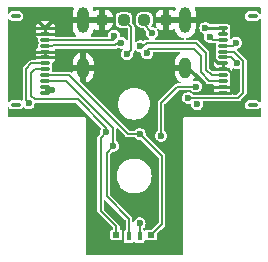
<source format=gbr>
%TF.GenerationSoftware,KiCad,Pcbnew,8.0.1*%
%TF.CreationDate,2024-03-21T20:23:12-04:00*%
%TF.ProjectId,040-05x-v2,3034302d-3035-4782-9d76-322e6b696361,rev?*%
%TF.SameCoordinates,Original*%
%TF.FileFunction,Copper,L1,Top*%
%TF.FilePolarity,Positive*%
%FSLAX46Y46*%
G04 Gerber Fmt 4.6, Leading zero omitted, Abs format (unit mm)*
G04 Created by KiCad (PCBNEW 8.0.1) date 2024-03-21 20:23:12*
%MOMM*%
%LPD*%
G01*
G04 APERTURE LIST*
G04 Aperture macros list*
%AMRoundRect*
0 Rectangle with rounded corners*
0 $1 Rounding radius*
0 $2 $3 $4 $5 $6 $7 $8 $9 X,Y pos of 4 corners*
0 Add a 4 corners polygon primitive as box body*
4,1,4,$2,$3,$4,$5,$6,$7,$8,$9,$2,$3,0*
0 Add four circle primitives for the rounded corners*
1,1,$1+$1,$2,$3*
1,1,$1+$1,$4,$5*
1,1,$1+$1,$6,$7*
1,1,$1+$1,$8,$9*
0 Add four rect primitives between the rounded corners*
20,1,$1+$1,$2,$3,$4,$5,0*
20,1,$1+$1,$4,$5,$6,$7,0*
20,1,$1+$1,$6,$7,$8,$9,0*
20,1,$1+$1,$8,$9,$2,$3,0*%
G04 Aperture macros list end*
%TA.AperFunction,SMDPad,CuDef*%
%ADD10RoundRect,0.100000X-0.300000X0.100000X-0.300000X-0.100000X0.300000X-0.100000X0.300000X0.100000X0*%
%TD*%
%TA.AperFunction,SMDPad,CuDef*%
%ADD11RoundRect,0.075000X-0.325000X0.075000X-0.325000X-0.075000X0.325000X-0.075000X0.325000X0.075000X0*%
%TD*%
%TA.AperFunction,SMDPad,CuDef*%
%ADD12RoundRect,0.237500X0.250000X0.237500X-0.250000X0.237500X-0.250000X-0.237500X0.250000X-0.237500X0*%
%TD*%
%TA.AperFunction,SMDPad,CuDef*%
%ADD13R,0.600000X0.500000*%
%TD*%
%TA.AperFunction,SMDPad,CuDef*%
%ADD14R,0.440000X0.750000*%
%TD*%
%TA.AperFunction,SMDPad,CuDef*%
%ADD15RoundRect,0.100000X0.300000X-0.100000X0.300000X0.100000X-0.300000X0.100000X-0.300000X-0.100000X0*%
%TD*%
%TA.AperFunction,SMDPad,CuDef*%
%ADD16RoundRect,0.075000X0.325000X-0.075000X0.325000X0.075000X-0.325000X0.075000X-0.325000X-0.075000X0*%
%TD*%
%TA.AperFunction,ComponentPad*%
%ADD17O,1.000000X2.200000*%
%TD*%
%TA.AperFunction,ComponentPad*%
%ADD18O,1.000000X1.800000*%
%TD*%
%TA.AperFunction,ViaPad*%
%ADD19C,0.600000*%
%TD*%
%TA.AperFunction,Conductor*%
%ADD20C,0.250000*%
%TD*%
%TA.AperFunction,Conductor*%
%ADD21C,0.300000*%
%TD*%
%TA.AperFunction,Conductor*%
%ADD22C,0.150000*%
%TD*%
%TA.AperFunction,Conductor*%
%ADD23C,0.180000*%
%TD*%
%TA.AperFunction,Conductor*%
%ADD24C,0.200000*%
%TD*%
G04 APERTURE END LIST*
D10*
%TO.P,J3,*%
%TO.N,*%
X57037000Y-58353000D03*
X57037000Y-65853000D03*
D11*
%TO.P,J3,1,Pin_1*%
%TO.N,GND*%
X59537000Y-59353000D03*
%TO.P,J3,2,Pin_2*%
X59537000Y-59853000D03*
%TO.P,J3,3,Pin_3*%
%TO.N,USBD+*%
X59537000Y-60353000D03*
%TO.P,J3,4,Pin_4*%
%TO.N,USBD-*%
X59537000Y-60853000D03*
%TO.P,J3,5,Pin_5*%
%TO.N,GND*%
X59537000Y-61353000D03*
%TO.P,J3,6,Pin_6*%
X59537000Y-61853000D03*
%TO.P,J3,7,Pin_7*%
%TO.N,GREEN*%
X59537000Y-62353000D03*
%TO.P,J3,8,Pin_8*%
%TO.N,RED*%
X59537000Y-62853000D03*
%TO.P,J3,9,Pin_9*%
%TO.N,BLUE*%
X59537000Y-63353000D03*
%TO.P,J3,10,Pin_10*%
%TO.N,ANODE*%
X59537000Y-63853000D03*
%TO.P,J3,11,Pin_11*%
%TO.N,+5V*%
X59537000Y-64353000D03*
%TO.P,J3,12,Pin_12*%
X59537000Y-64853000D03*
%TD*%
D12*
%TO.P,R4,1*%
%TO.N,Net-(J4-CC1)*%
X66190500Y-58674000D03*
%TO.P,R4,2*%
%TO.N,GND*%
X64365500Y-58674000D03*
%TD*%
%TO.P,R3,1*%
%TO.N,GND*%
X69746500Y-58674000D03*
%TO.P,R3,2*%
%TO.N,Net-(J4-CC2)*%
X67921500Y-58674000D03*
%TD*%
D13*
%TO.P,D1,1,RK*%
%TO.N,RED*%
X65536000Y-76877000D03*
D14*
%TO.P,D1,2,A*%
%TO.N,ANODE*%
X66606000Y-77002000D03*
%TO.P,D1,3,GK*%
%TO.N,GREEN*%
X67506000Y-77002000D03*
D13*
%TO.P,D1,4,BK*%
%TO.N,BLUE*%
X68456000Y-76877000D03*
%TD*%
D15*
%TO.P,J2,*%
%TO.N,*%
X77075000Y-65853000D03*
X77075000Y-58353000D03*
D16*
%TO.P,J2,1,Pin_1*%
%TO.N,GND*%
X74575000Y-64853000D03*
%TO.P,J2,2,Pin_2*%
X74575000Y-64353000D03*
%TO.P,J2,3,Pin_3*%
%TO.N,USBD+*%
X74575000Y-63853000D03*
%TO.P,J2,4,Pin_4*%
%TO.N,USBD-*%
X74575000Y-63353000D03*
%TO.P,J2,5,Pin_5*%
%TO.N,GND*%
X74575000Y-62853000D03*
%TO.P,J2,6,Pin_6*%
X74575000Y-62353000D03*
%TO.P,J2,7,Pin_7*%
%TO.N,GREEN*%
X74575000Y-61853000D03*
%TO.P,J2,8,Pin_8*%
%TO.N,RED*%
X74575000Y-61353000D03*
%TO.P,J2,9,Pin_9*%
%TO.N,BLUE*%
X74575000Y-60853000D03*
%TO.P,J2,10,Pin_10*%
%TO.N,ANODE*%
X74575000Y-60353000D03*
%TO.P,J2,11,Pin_11*%
%TO.N,+5V*%
X74575000Y-59853000D03*
%TO.P,J2,12,Pin_12*%
X74575000Y-59353000D03*
%TD*%
D17*
%TO.P,J4,S1,SHIELD*%
%TO.N,GND*%
X62736000Y-58707800D03*
D18*
X62736000Y-62707800D03*
D17*
X71376000Y-58707800D03*
D18*
X71376000Y-62707800D03*
%TD*%
D19*
%TO.N,GND*%
X61061600Y-59029600D03*
X67513200Y-74371200D03*
X65989200Y-68681600D03*
X68529200Y-70307200D03*
X61315600Y-62280800D03*
X56997600Y-64922400D03*
X67056000Y-77978000D03*
X77038200Y-64973200D03*
X65379600Y-61620400D03*
X65989200Y-75742800D03*
X63449200Y-68529200D03*
X64465200Y-65278000D03*
X57556400Y-60401200D03*
X70358000Y-71120000D03*
X75946000Y-59385200D03*
X65633600Y-70358000D03*
X68580000Y-75793600D03*
X70256400Y-61772800D03*
X61671200Y-66395600D03*
%TO.N,+5V*%
X73082600Y-59353000D03*
X60096400Y-64617600D03*
%TO.N,Net-(J4-CC2)*%
X68580000Y-59782000D03*
%TO.N,Net-(J4-CC1)*%
X66446400Y-61569600D03*
%TO.N,RED*%
X64643000Y-68199000D03*
X71628000Y-65278000D03*
%TO.N,ANODE*%
X65278000Y-69342000D03*
X73456800Y-60096400D03*
X72288400Y-64312800D03*
X69342000Y-68478400D03*
%TO.N,GREEN*%
X58125901Y-65735200D03*
X67513200Y-75895200D03*
X75742800Y-62331600D03*
%TO.N,BLUE*%
X75692000Y-60604400D03*
X72390000Y-65803000D03*
X67513200Y-68326000D03*
%TO.N,USBD+*%
X68156521Y-61514521D03*
X65360335Y-59999079D03*
%TO.N,USBD-*%
X67555479Y-60913479D03*
X65961377Y-60600121D03*
%TD*%
D20*
%TO.N,GND*%
X75151800Y-64853000D02*
X75245400Y-64759400D01*
X74575000Y-62353000D02*
X74175001Y-62353000D01*
X59537000Y-61353000D02*
X60845000Y-61353000D01*
X74575000Y-64853000D02*
X75151800Y-64853000D01*
X73927400Y-62853000D02*
X73558400Y-62484000D01*
X74575000Y-62353000D02*
X74138600Y-62353000D01*
X59537000Y-59353000D02*
X60738200Y-59353000D01*
X75250000Y-64348400D02*
X75250000Y-63128001D01*
X60738200Y-59353000D02*
X61061600Y-59029600D01*
X59537000Y-61353000D02*
X59537000Y-61853000D01*
X59537000Y-59353000D02*
X59537000Y-59853000D01*
X74974999Y-62853000D02*
X74575000Y-62853000D01*
X59537000Y-61853000D02*
X58289000Y-61853000D01*
X59537000Y-61353000D02*
X58674000Y-61353000D01*
X59537000Y-59853000D02*
X58176600Y-59853000D01*
X59537000Y-61853000D02*
X60735400Y-61853000D01*
X74575000Y-64853000D02*
X73507600Y-64853000D01*
X74575000Y-62853000D02*
X73927400Y-62853000D01*
X59537000Y-59353000D02*
X58286200Y-59353000D01*
X74575000Y-62353000D02*
X74575000Y-62853000D01*
X75245400Y-64759400D02*
X75245400Y-64353000D01*
X73609200Y-61787199D02*
X73609200Y-61772800D01*
X74575000Y-64353000D02*
X73264200Y-64353000D01*
X75250000Y-63128001D02*
X74974999Y-62853000D01*
X74575000Y-64353000D02*
X75245400Y-64353000D01*
X59537000Y-59853000D02*
X60797000Y-59853000D01*
X71597800Y-62707800D02*
X72542400Y-63652400D01*
X74175001Y-62353000D02*
X73609200Y-61787199D01*
X75245400Y-64353000D02*
X75250000Y-64348400D01*
X71376000Y-62707800D02*
X71597800Y-62707800D01*
%TO.N,+5V*%
X74575000Y-59853000D02*
X74575000Y-59353000D01*
D21*
X60096400Y-64617600D02*
X59801600Y-64617600D01*
X59801600Y-64617600D02*
X59537000Y-64353000D01*
D20*
X73082600Y-59353000D02*
X74575000Y-59353000D01*
D21*
X59772400Y-64617600D02*
X59537000Y-64853000D01*
X60096400Y-64617600D02*
X59772400Y-64617600D01*
D22*
%TO.N,Net-(J4-CC2)*%
X68580000Y-59782000D02*
X68239345Y-59441345D01*
X68239346Y-59441344D02*
G75*
G02*
X67921504Y-58674000I767354J767344D01*
G01*
D23*
%TO.N,Net-(J4-CC1)*%
X66802000Y-61214000D02*
X66802000Y-59285500D01*
X66802000Y-59285500D02*
X66190500Y-58674000D01*
X66446400Y-61569600D02*
X66802000Y-61214000D01*
D22*
%TO.N,RED*%
X76301600Y-64820800D02*
X76301600Y-62128400D01*
X58648600Y-65405000D02*
X58318400Y-65074800D01*
X58318400Y-65074800D02*
X58318400Y-63195200D01*
X64211200Y-68630800D02*
X64211200Y-74828400D01*
X76301600Y-62128400D02*
X75526200Y-61353000D01*
X65536000Y-76153200D02*
X65536000Y-76877000D01*
X75526200Y-61353000D02*
X74575000Y-61353000D01*
X58318400Y-63195200D02*
X58660600Y-62853000D01*
X64211200Y-74828400D02*
X65536000Y-76153200D01*
X64643000Y-67792600D02*
X62255400Y-65405000D01*
X62255400Y-65405000D02*
X58648600Y-65405000D01*
X58660600Y-62853000D02*
X59537000Y-62853000D01*
X71628000Y-65278000D02*
X75844400Y-65278000D01*
X64643000Y-68199000D02*
X64643000Y-67792600D01*
X75844400Y-65278000D02*
X76301600Y-64820800D01*
X64643000Y-68199000D02*
X64211200Y-68630800D01*
%TO.N,ANODE*%
X65278000Y-69342000D02*
X64719200Y-69900800D01*
X65278000Y-67818000D02*
X65278000Y-69342000D01*
X61313000Y-63853000D02*
X65278000Y-67818000D01*
X64719200Y-69900800D02*
X64719200Y-73609200D01*
X66606000Y-75496000D02*
X66606000Y-77002000D01*
X70713600Y-64312800D02*
X69646800Y-65379600D01*
X73713400Y-60353000D02*
X73456800Y-60096400D01*
X64719200Y-73609200D02*
X66606000Y-75496000D01*
X69342000Y-65684400D02*
X69342000Y-68478400D01*
X74575000Y-60353000D02*
X73713400Y-60353000D01*
X59537000Y-63853000D02*
X61313000Y-63853000D01*
X72288400Y-64312800D02*
X70713600Y-64312800D01*
X69646800Y-65379600D02*
X69342000Y-65684400D01*
%TO.N,GREEN*%
X58347800Y-62353000D02*
X59537000Y-62353000D01*
X57877254Y-65486553D02*
X57877254Y-62823546D01*
X67506000Y-75902400D02*
X67513200Y-75895200D01*
X57877254Y-62823546D02*
X58347800Y-62353000D01*
X67506000Y-77080000D02*
X67506000Y-77002000D01*
X75264200Y-61853000D02*
X75742800Y-62331600D01*
X67506000Y-77002000D02*
X67506000Y-75902400D01*
X58125901Y-65735200D02*
X57877254Y-65486553D01*
X74575000Y-61853000D02*
X75264200Y-61853000D01*
%TO.N,BLUE*%
X75692000Y-60604400D02*
X75443400Y-60853000D01*
X69392800Y-70205600D02*
X69392800Y-75940200D01*
X61575000Y-63353000D02*
X59537000Y-63353000D01*
X67513200Y-68326000D02*
X66548000Y-68326000D01*
X66548000Y-68326000D02*
X61575000Y-63353000D01*
X69392800Y-75940200D02*
X68456000Y-76877000D01*
X67513200Y-68326000D02*
X69392800Y-70205600D01*
X75443400Y-60853000D02*
X74575000Y-60853000D01*
D24*
%TO.N,USBD+*%
X73974999Y-63853000D02*
X74575000Y-63853000D01*
X68290192Y-61098007D02*
X72082807Y-61098007D01*
X72673000Y-63085200D02*
X73415800Y-63828000D01*
X72082807Y-61098007D02*
X72673000Y-61688200D01*
X73949999Y-63828000D02*
X73974999Y-63853000D01*
X60162001Y-60378000D02*
X65264257Y-60378000D01*
X65360335Y-60281922D02*
X65360335Y-59999079D01*
X72673000Y-61688200D02*
X72673000Y-63085200D01*
X73415800Y-63828000D02*
X73949999Y-63828000D01*
X59537000Y-60353000D02*
X60137001Y-60353000D01*
X68156521Y-61231678D02*
X68290192Y-61098007D01*
X68156521Y-61514521D02*
X68156521Y-61231678D01*
X60137001Y-60353000D02*
X60162001Y-60378000D01*
X65264257Y-60378000D02*
X65360335Y-60281922D01*
%TO.N,USBD-*%
X65450655Y-60828000D02*
X65678534Y-60600121D01*
X73123000Y-62898800D02*
X73602200Y-63378000D01*
X73949999Y-63378000D02*
X73974999Y-63353000D01*
X65678534Y-60600121D02*
X65961377Y-60600121D01*
X60162001Y-60828000D02*
X65450655Y-60828000D01*
X67838322Y-60913479D02*
X68103794Y-60648007D01*
X72269207Y-60648007D02*
X73123000Y-61501800D01*
X67555479Y-60913479D02*
X67838322Y-60913479D01*
X60137001Y-60853000D02*
X60162001Y-60828000D01*
X73602200Y-63378000D02*
X73949999Y-63378000D01*
X59537000Y-60853000D02*
X60137001Y-60853000D01*
X73123000Y-61501800D02*
X73123000Y-62898800D01*
X68103794Y-60648007D02*
X72269207Y-60648007D01*
X73974999Y-63353000D02*
X74575000Y-63353000D01*
%TD*%
%TA.AperFunction,Conductor*%
%TO.N,GND*%
G36*
X77755826Y-57626174D02*
G01*
X77777500Y-57678500D01*
X77777500Y-58069820D01*
X77755826Y-58122146D01*
X77703500Y-58143820D01*
X77651174Y-58122146D01*
X77635805Y-58099710D01*
X77634411Y-58096552D01*
X77627206Y-58080235D01*
X77547765Y-58000794D01*
X77444991Y-57955415D01*
X77444990Y-57955414D01*
X77444988Y-57955414D01*
X77423659Y-57952940D01*
X77419865Y-57952500D01*
X77419864Y-57952500D01*
X76730136Y-57952500D01*
X76705013Y-57955414D01*
X76705007Y-57955415D01*
X76602234Y-58000794D01*
X76522794Y-58080234D01*
X76477414Y-58183011D01*
X76474500Y-58208135D01*
X76474500Y-58497863D01*
X76477414Y-58522986D01*
X76477415Y-58522992D01*
X76515588Y-58609446D01*
X76522794Y-58625765D01*
X76602235Y-58705206D01*
X76705009Y-58750585D01*
X76730135Y-58753500D01*
X77419864Y-58753499D01*
X77444991Y-58750585D01*
X77547765Y-58705206D01*
X77627206Y-58625765D01*
X77635805Y-58606288D01*
X77676767Y-58567176D01*
X77733390Y-58568484D01*
X77772503Y-58609446D01*
X77777500Y-58636179D01*
X77777500Y-65569820D01*
X77755826Y-65622146D01*
X77703500Y-65643820D01*
X77651174Y-65622146D01*
X77635805Y-65599710D01*
X77634411Y-65596552D01*
X77627206Y-65580235D01*
X77547765Y-65500794D01*
X77444991Y-65455415D01*
X77444990Y-65455414D01*
X77444988Y-65455414D01*
X77423659Y-65452940D01*
X77419865Y-65452500D01*
X77419864Y-65452500D01*
X76730136Y-65452500D01*
X76705013Y-65455414D01*
X76705007Y-65455415D01*
X76602234Y-65500794D01*
X76522794Y-65580234D01*
X76477414Y-65683011D01*
X76474500Y-65708135D01*
X76474500Y-65997863D01*
X76477414Y-66022986D01*
X76477415Y-66022992D01*
X76515588Y-66109446D01*
X76522794Y-66125765D01*
X76602235Y-66205206D01*
X76705009Y-66250585D01*
X76730135Y-66253500D01*
X77419864Y-66253499D01*
X77444991Y-66250585D01*
X77547765Y-66205206D01*
X77627206Y-66125765D01*
X77635805Y-66106288D01*
X77676767Y-66067176D01*
X77733390Y-66068484D01*
X77772503Y-66109446D01*
X77777500Y-66136179D01*
X77777500Y-66781500D01*
X77755826Y-66833826D01*
X77703500Y-66855500D01*
X71334118Y-66855500D01*
X71260428Y-66886022D01*
X71204022Y-66942428D01*
X71173500Y-67016116D01*
X71173500Y-78465500D01*
X71151826Y-78517826D01*
X71099500Y-78539500D01*
X63012500Y-78539500D01*
X62960174Y-78517826D01*
X62938500Y-78465500D01*
X62938500Y-67016118D01*
X62938499Y-67016116D01*
X62907977Y-66942428D01*
X62907975Y-66942425D01*
X62851575Y-66886025D01*
X62851571Y-66886022D01*
X62777882Y-66855500D01*
X56408500Y-66855500D01*
X56356174Y-66833826D01*
X56334500Y-66781500D01*
X56334500Y-66136179D01*
X56356174Y-66083853D01*
X56408500Y-66062179D01*
X56460826Y-66083853D01*
X56476193Y-66106287D01*
X56484794Y-66125765D01*
X56564235Y-66205206D01*
X56667009Y-66250585D01*
X56692135Y-66253500D01*
X57381864Y-66253499D01*
X57406991Y-66250585D01*
X57509765Y-66205206D01*
X57589206Y-66125765D01*
X57613900Y-66069837D01*
X57654861Y-66030725D01*
X57711483Y-66032033D01*
X57737520Y-66051269D01*
X57794769Y-66117339D01*
X57794770Y-66117340D01*
X57794773Y-66117343D01*
X57887375Y-66176854D01*
X57900273Y-66185144D01*
X57915848Y-66195153D01*
X58017121Y-66224889D01*
X58053936Y-66235699D01*
X58053938Y-66235700D01*
X58053940Y-66235700D01*
X58197864Y-66235700D01*
X58197865Y-66235699D01*
X58335954Y-66195153D01*
X58457029Y-66117343D01*
X58551278Y-66008573D01*
X58611066Y-65877657D01*
X58630287Y-65743968D01*
X58659187Y-65695260D01*
X58703534Y-65680500D01*
X62110633Y-65680500D01*
X62162959Y-65702174D01*
X64247263Y-67786479D01*
X64268937Y-67838805D01*
X64250864Y-67887263D01*
X64217624Y-67925625D01*
X64217623Y-67925626D01*
X64157834Y-68056545D01*
X64137353Y-68199000D01*
X64146666Y-68263782D01*
X64132658Y-68318660D01*
X64125746Y-68326637D01*
X64055143Y-68397242D01*
X63977642Y-68474743D01*
X63947133Y-68548399D01*
X63935700Y-68576000D01*
X63935700Y-74883200D01*
X63977643Y-74984458D01*
X65238826Y-76245641D01*
X65260500Y-76297966D01*
X65260500Y-76356968D01*
X65238826Y-76409294D01*
X65200937Y-76429546D01*
X65157767Y-76438133D01*
X65091449Y-76482447D01*
X65091447Y-76482449D01*
X65047133Y-76548767D01*
X65035500Y-76607253D01*
X65035500Y-77146746D01*
X65047133Y-77205232D01*
X65076608Y-77249343D01*
X65091448Y-77271552D01*
X65102948Y-77279236D01*
X65157767Y-77315866D01*
X65157768Y-77315866D01*
X65157769Y-77315867D01*
X65216252Y-77327500D01*
X65216254Y-77327500D01*
X65855746Y-77327500D01*
X65855748Y-77327500D01*
X65914231Y-77315867D01*
X65980552Y-77271552D01*
X66024867Y-77205231D01*
X66036500Y-77146748D01*
X66036500Y-76607252D01*
X66024867Y-76548769D01*
X65980552Y-76482448D01*
X65958343Y-76467608D01*
X65914232Y-76438133D01*
X65871063Y-76429546D01*
X65823971Y-76398080D01*
X65811500Y-76356968D01*
X65811500Y-76098400D01*
X65769557Y-75997142D01*
X65769556Y-75997140D01*
X64508374Y-74735958D01*
X64486700Y-74683632D01*
X64486700Y-73944967D01*
X64508374Y-73892641D01*
X64560700Y-73870967D01*
X64613026Y-73892641D01*
X66308826Y-75588441D01*
X66330500Y-75640767D01*
X66330500Y-76383390D01*
X66308826Y-76435716D01*
X66297614Y-76444918D01*
X66241448Y-76482448D01*
X66241447Y-76482449D01*
X66197133Y-76548767D01*
X66185500Y-76607253D01*
X66185500Y-77396746D01*
X66197133Y-77455232D01*
X66203887Y-77465339D01*
X66241448Y-77521552D01*
X66285560Y-77551027D01*
X66307767Y-77565866D01*
X66307768Y-77565866D01*
X66307769Y-77565867D01*
X66366252Y-77577500D01*
X66366254Y-77577500D01*
X66845746Y-77577500D01*
X66845748Y-77577500D01*
X66904231Y-77565867D01*
X66970552Y-77521552D01*
X66994472Y-77485754D01*
X67041565Y-77454289D01*
X67097113Y-77465339D01*
X67117528Y-77485754D01*
X67141448Y-77521552D01*
X67185560Y-77551027D01*
X67207767Y-77565866D01*
X67207768Y-77565866D01*
X67207769Y-77565867D01*
X67266252Y-77577500D01*
X67266254Y-77577500D01*
X67745746Y-77577500D01*
X67745748Y-77577500D01*
X67804231Y-77565867D01*
X67870552Y-77521552D01*
X67914867Y-77455231D01*
X67926500Y-77396748D01*
X67926500Y-77353236D01*
X67948174Y-77300910D01*
X68000500Y-77279236D01*
X68041613Y-77291708D01*
X68077767Y-77315866D01*
X68077768Y-77315866D01*
X68077769Y-77315867D01*
X68136252Y-77327500D01*
X68136254Y-77327500D01*
X68775746Y-77327500D01*
X68775748Y-77327500D01*
X68834231Y-77315867D01*
X68900552Y-77271552D01*
X68944867Y-77205231D01*
X68956500Y-77146748D01*
X68956500Y-76796767D01*
X68978174Y-76744441D01*
X69289004Y-76433611D01*
X69626357Y-76096259D01*
X69633242Y-76079635D01*
X69644996Y-76051260D01*
X69644996Y-76051259D01*
X69668300Y-75995000D01*
X69668300Y-70150800D01*
X69668299Y-70150798D01*
X69661489Y-70134356D01*
X69626359Y-70049544D01*
X69626357Y-70049541D01*
X68030453Y-68453638D01*
X68008779Y-68401312D01*
X68009531Y-68390792D01*
X68018847Y-68326000D01*
X67998365Y-68183543D01*
X67938577Y-68052627D01*
X67844328Y-67943857D01*
X67787382Y-67907260D01*
X67723254Y-67866047D01*
X67723250Y-67866046D01*
X67585164Y-67825500D01*
X67585161Y-67825500D01*
X67441239Y-67825500D01*
X67441236Y-67825500D01*
X67303149Y-67866046D01*
X67303145Y-67866047D01*
X67210440Y-67925626D01*
X67182072Y-67943857D01*
X67111795Y-68024960D01*
X67061150Y-68050311D01*
X67055871Y-68050500D01*
X66692767Y-68050500D01*
X66640441Y-68028826D01*
X64372845Y-65761230D01*
X65700341Y-65761230D01*
X65720936Y-65996629D01*
X65720936Y-65996632D01*
X65720937Y-65996634D01*
X65782097Y-66224889D01*
X65881965Y-66439056D01*
X66017505Y-66632627D01*
X66184599Y-66799721D01*
X66378170Y-66935261D01*
X66592337Y-67035129D01*
X66820592Y-67096289D01*
X66938296Y-67106587D01*
X67055996Y-67116885D01*
X67056000Y-67116885D01*
X67056004Y-67116885D01*
X67160625Y-67107731D01*
X67291408Y-67096289D01*
X67519663Y-67035129D01*
X67733830Y-66935261D01*
X67927401Y-66799721D01*
X68094495Y-66632627D01*
X68230035Y-66439056D01*
X68329903Y-66224889D01*
X68391063Y-65996634D01*
X68411659Y-65761226D01*
X68410149Y-65743969D01*
X68399491Y-65622146D01*
X68391063Y-65525818D01*
X68329903Y-65297563D01*
X68230035Y-65083397D01*
X68094495Y-64889825D01*
X67927401Y-64722731D01*
X67927398Y-64722729D01*
X67927399Y-64722729D01*
X67852813Y-64670504D01*
X67733830Y-64587191D01*
X67519663Y-64487323D01*
X67291408Y-64426163D01*
X67291406Y-64426162D01*
X67291403Y-64426162D01*
X67056004Y-64405567D01*
X67055996Y-64405567D01*
X66820596Y-64426162D01*
X66820592Y-64426162D01*
X66820592Y-64426163D01*
X66592337Y-64487323D01*
X66592336Y-64487323D01*
X66592334Y-64487324D01*
X66592333Y-64487324D01*
X66399726Y-64577140D01*
X66378167Y-64587193D01*
X66184602Y-64722728D01*
X66184599Y-64722730D01*
X66017504Y-64889825D01*
X66017502Y-64889828D01*
X65881967Y-65083393D01*
X65881965Y-65083396D01*
X65881965Y-65083397D01*
X65782097Y-65297563D01*
X65739801Y-65455415D01*
X65720936Y-65525822D01*
X65700341Y-65761221D01*
X65700341Y-65761230D01*
X64372845Y-65761230D01*
X62507674Y-63896059D01*
X62486000Y-63843733D01*
X62486000Y-63274788D01*
X62495940Y-63292005D01*
X62551795Y-63347860D01*
X62620204Y-63387356D01*
X62696504Y-63407800D01*
X62775496Y-63407800D01*
X62851796Y-63387356D01*
X62920205Y-63347860D01*
X62976060Y-63292005D01*
X62986000Y-63274788D01*
X62986000Y-63975703D01*
X62998521Y-63973213D01*
X62998526Y-63973211D01*
X63162306Y-63905371D01*
X63309716Y-63806876D01*
X63309718Y-63806875D01*
X63435075Y-63681518D01*
X63435076Y-63681516D01*
X63533572Y-63534105D01*
X63601412Y-63370324D01*
X63601415Y-63370313D01*
X63636000Y-63196441D01*
X63636000Y-62957800D01*
X63036000Y-62957800D01*
X63036000Y-62457800D01*
X63636000Y-62457800D01*
X63636000Y-62219158D01*
X63601415Y-62045286D01*
X63601412Y-62045275D01*
X63533572Y-61881494D01*
X63435076Y-61734083D01*
X63309716Y-61608723D01*
X63162306Y-61510228D01*
X62998521Y-61442386D01*
X62998516Y-61442384D01*
X62986001Y-61439894D01*
X62986000Y-61439895D01*
X62986000Y-62140811D01*
X62976060Y-62123595D01*
X62920205Y-62067740D01*
X62851796Y-62028244D01*
X62775496Y-62007800D01*
X62696504Y-62007800D01*
X62620204Y-62028244D01*
X62551795Y-62067740D01*
X62495940Y-62123595D01*
X62486000Y-62140811D01*
X62486000Y-61439895D01*
X62485998Y-61439894D01*
X62473483Y-61442384D01*
X62473478Y-61442386D01*
X62309693Y-61510228D01*
X62162283Y-61608723D01*
X62162282Y-61608725D01*
X62036925Y-61734082D01*
X62036923Y-61734083D01*
X61938427Y-61881494D01*
X61870587Y-62045275D01*
X61870584Y-62045286D01*
X61836000Y-62219158D01*
X61836000Y-62457800D01*
X62436000Y-62457800D01*
X62436000Y-62957800D01*
X61836000Y-62957800D01*
X61836000Y-63052162D01*
X61814326Y-63104488D01*
X61762000Y-63126162D01*
X61733682Y-63120530D01*
X61731058Y-63119443D01*
X61714393Y-63112540D01*
X61629800Y-63077500D01*
X61629799Y-63077500D01*
X60203329Y-63077500D01*
X60151003Y-63055826D01*
X60129329Y-63003500D01*
X60130751Y-62989064D01*
X60133859Y-62973437D01*
X60137500Y-62955133D01*
X60137499Y-62750868D01*
X60121515Y-62670505D01*
X60103879Y-62644112D01*
X60092830Y-62588564D01*
X60103880Y-62561887D01*
X60121515Y-62535495D01*
X60137500Y-62455133D01*
X60137499Y-62352153D01*
X60159173Y-62299829D01*
X60167154Y-62292913D01*
X60201328Y-62267331D01*
X60201329Y-62267330D01*
X60283185Y-62157983D01*
X60283186Y-62157982D01*
X60330916Y-62030011D01*
X60330917Y-62030006D01*
X60336999Y-61973437D01*
X60336999Y-61732562D01*
X60336998Y-61732561D01*
X60330917Y-61675992D01*
X60313338Y-61628861D01*
X60313338Y-61577138D01*
X60330917Y-61530007D01*
X60336999Y-61473437D01*
X60336999Y-61232562D01*
X60336998Y-61232558D01*
X60334618Y-61210408D01*
X60350576Y-61156066D01*
X60400286Y-61128924D01*
X60408194Y-61128500D01*
X65490219Y-61128500D01*
X65490219Y-61128499D01*
X65566644Y-61108021D01*
X65635166Y-61068460D01*
X65643545Y-61060080D01*
X65695868Y-61038402D01*
X65735881Y-61050149D01*
X65751324Y-61060074D01*
X65857780Y-61091332D01*
X65889412Y-61100620D01*
X65889414Y-61100621D01*
X66028479Y-61100621D01*
X66080805Y-61122295D01*
X66102479Y-61174621D01*
X66084405Y-61223078D01*
X66053359Y-61258909D01*
X66021022Y-61296228D01*
X65961234Y-61427145D01*
X65940753Y-61569600D01*
X65961234Y-61712054D01*
X65961234Y-61712055D01*
X65961235Y-61712057D01*
X65971294Y-61734082D01*
X66021023Y-61842973D01*
X66115268Y-61951739D01*
X66115269Y-61951740D01*
X66115272Y-61951743D01*
X66236347Y-62029553D01*
X66342803Y-62060811D01*
X66374435Y-62070099D01*
X66374437Y-62070100D01*
X66374439Y-62070100D01*
X66518363Y-62070100D01*
X66518364Y-62070099D01*
X66656453Y-62029553D01*
X66777528Y-61951743D01*
X66871777Y-61842973D01*
X66931565Y-61712057D01*
X66952047Y-61569600D01*
X66945399Y-61523363D01*
X66959406Y-61468486D01*
X66966312Y-61460515D01*
X67034458Y-61392371D01*
X67072703Y-61326129D01*
X67078675Y-61303840D01*
X67113152Y-61258909D01*
X67169305Y-61251515D01*
X67206078Y-61274534D01*
X67224346Y-61295617D01*
X67224347Y-61295618D01*
X67224351Y-61295622D01*
X67345426Y-61373432D01*
X67430825Y-61398507D01*
X67483514Y-61413978D01*
X67483516Y-61413979D01*
X67579929Y-61413979D01*
X67632255Y-61435653D01*
X67653929Y-61487979D01*
X67653175Y-61498509D01*
X67650874Y-61514521D01*
X67652357Y-61524833D01*
X67671355Y-61656975D01*
X67671355Y-61656976D01*
X67671356Y-61656978D01*
X67706569Y-61734082D01*
X67731144Y-61787894D01*
X67825389Y-61896660D01*
X67825390Y-61896661D01*
X67825393Y-61896664D01*
X67890753Y-61938668D01*
X67944860Y-61973441D01*
X67946468Y-61974474D01*
X68052924Y-62005732D01*
X68084556Y-62015020D01*
X68084558Y-62015021D01*
X68084560Y-62015021D01*
X68228484Y-62015021D01*
X68228485Y-62015020D01*
X68366574Y-61974474D01*
X68487649Y-61896664D01*
X68581898Y-61787894D01*
X68641686Y-61656978D01*
X68662168Y-61514521D01*
X68657641Y-61483037D01*
X68671648Y-61428161D01*
X68720356Y-61399260D01*
X68730888Y-61398507D01*
X70872951Y-61398507D01*
X70925277Y-61420181D01*
X70946951Y-61472507D01*
X70925277Y-61524833D01*
X70914063Y-61534036D01*
X70802283Y-61608723D01*
X70802282Y-61608725D01*
X70676925Y-61734082D01*
X70676923Y-61734083D01*
X70578427Y-61881494D01*
X70510587Y-62045275D01*
X70510584Y-62045286D01*
X70476000Y-62219158D01*
X70476000Y-62457800D01*
X71076000Y-62457800D01*
X71076000Y-62957800D01*
X70476000Y-62957800D01*
X70476000Y-63196441D01*
X70510584Y-63370313D01*
X70510587Y-63370324D01*
X70578427Y-63534105D01*
X70676923Y-63681516D01*
X70802283Y-63806876D01*
X70944305Y-63901771D01*
X70975771Y-63948863D01*
X70964722Y-64004412D01*
X70917630Y-64035878D01*
X70903193Y-64037300D01*
X70658800Y-64037300D01*
X70583577Y-64068459D01*
X70569094Y-64074458D01*
X70557543Y-64079242D01*
X70557540Y-64079244D01*
X69490741Y-65146043D01*
X69185942Y-65450843D01*
X69108442Y-65528343D01*
X69066500Y-65629600D01*
X69066500Y-68020100D01*
X69044826Y-68072426D01*
X69032508Y-68082352D01*
X69010877Y-68096253D01*
X69010868Y-68096260D01*
X68916623Y-68205026D01*
X68856834Y-68335945D01*
X68836353Y-68478400D01*
X68856834Y-68620854D01*
X68856834Y-68620855D01*
X68856835Y-68620857D01*
X68896697Y-68708141D01*
X68916623Y-68751773D01*
X69010868Y-68860539D01*
X69010869Y-68860540D01*
X69010872Y-68860543D01*
X69131947Y-68938353D01*
X69238403Y-68969611D01*
X69270035Y-68978899D01*
X69270037Y-68978900D01*
X69270039Y-68978900D01*
X69413963Y-68978900D01*
X69413964Y-68978899D01*
X69552053Y-68938353D01*
X69673128Y-68860543D01*
X69767377Y-68751773D01*
X69827165Y-68620857D01*
X69847647Y-68478400D01*
X69827165Y-68335943D01*
X69767377Y-68205027D01*
X69673128Y-68096257D01*
X69673122Y-68096253D01*
X69651492Y-68082352D01*
X69619191Y-68035829D01*
X69617500Y-68020100D01*
X69617500Y-65829167D01*
X69639174Y-65776841D01*
X69744670Y-65671345D01*
X69880357Y-65535659D01*
X69880357Y-65535658D01*
X69890762Y-65525253D01*
X69890763Y-65525250D01*
X70806041Y-64609974D01*
X70858367Y-64588300D01*
X71831071Y-64588300D01*
X71883397Y-64609974D01*
X71886987Y-64613830D01*
X71957272Y-64694943D01*
X72044292Y-64750867D01*
X72058591Y-64760057D01*
X72078347Y-64772753D01*
X72184803Y-64804011D01*
X72216435Y-64813299D01*
X72216437Y-64813300D01*
X72216439Y-64813300D01*
X72360363Y-64813300D01*
X72360364Y-64813299D01*
X72498453Y-64772753D01*
X72619528Y-64694943D01*
X72713777Y-64586173D01*
X72773565Y-64455257D01*
X72794047Y-64312800D01*
X72773565Y-64170343D01*
X72713777Y-64039427D01*
X72656401Y-63973211D01*
X72619531Y-63930660D01*
X72619529Y-63930659D01*
X72619528Y-63930657D01*
X72516393Y-63864376D01*
X72498454Y-63852847D01*
X72498450Y-63852846D01*
X72360364Y-63812300D01*
X72360361Y-63812300D01*
X72216439Y-63812300D01*
X72109352Y-63843743D01*
X72053039Y-63837688D01*
X72017501Y-63793588D01*
X72023556Y-63737275D01*
X72036179Y-63720413D01*
X72075076Y-63681516D01*
X72173572Y-63534105D01*
X72241412Y-63370324D01*
X72241415Y-63370313D01*
X72266915Y-63242113D01*
X72298380Y-63195021D01*
X72353929Y-63183971D01*
X72401021Y-63215436D01*
X72403579Y-63219549D01*
X72421661Y-63250868D01*
X72432540Y-63269711D01*
X73175340Y-64012511D01*
X73231289Y-64068460D01*
X73299811Y-64108021D01*
X73299812Y-64108021D01*
X73299814Y-64108022D01*
X73334951Y-64117437D01*
X73376235Y-64128499D01*
X73376236Y-64128500D01*
X73376238Y-64128500D01*
X73703806Y-64128500D01*
X73756132Y-64150174D01*
X73777806Y-64202500D01*
X73777382Y-64210412D01*
X73775000Y-64232563D01*
X73775000Y-64473437D01*
X73775001Y-64473438D01*
X73781082Y-64530009D01*
X73798661Y-64577140D01*
X73798661Y-64628860D01*
X73781083Y-64675988D01*
X73781082Y-64675993D01*
X73775000Y-64732562D01*
X73775001Y-64928500D01*
X73753327Y-64980826D01*
X73701001Y-65002500D01*
X72085329Y-65002500D01*
X72033003Y-64980826D01*
X72029412Y-64976969D01*
X71959128Y-64895857D01*
X71856606Y-64829970D01*
X71838054Y-64818047D01*
X71838050Y-64818046D01*
X71699964Y-64777500D01*
X71699961Y-64777500D01*
X71556039Y-64777500D01*
X71556036Y-64777500D01*
X71417949Y-64818046D01*
X71417945Y-64818047D01*
X71296875Y-64895855D01*
X71296868Y-64895860D01*
X71202623Y-65004626D01*
X71142834Y-65135545D01*
X71122353Y-65278000D01*
X71142834Y-65420454D01*
X71142834Y-65420455D01*
X71142835Y-65420457D01*
X71190692Y-65525247D01*
X71202623Y-65551373D01*
X71296868Y-65660139D01*
X71296869Y-65660140D01*
X71296872Y-65660143D01*
X71417947Y-65737953D01*
X71524403Y-65769211D01*
X71556035Y-65778499D01*
X71556037Y-65778500D01*
X71556039Y-65778500D01*
X71699962Y-65778500D01*
X71718923Y-65772932D01*
X71791563Y-65751603D01*
X71847874Y-65757656D01*
X71883412Y-65801756D01*
X71885657Y-65812074D01*
X71904834Y-65945454D01*
X71904834Y-65945455D01*
X71904835Y-65945457D01*
X71953158Y-66051269D01*
X71964623Y-66076373D01*
X72058868Y-66185139D01*
X72058869Y-66185140D01*
X72058872Y-66185143D01*
X72179947Y-66262953D01*
X72286403Y-66294211D01*
X72318035Y-66303499D01*
X72318037Y-66303500D01*
X72318039Y-66303500D01*
X72461963Y-66303500D01*
X72461964Y-66303499D01*
X72600053Y-66262953D01*
X72721128Y-66185143D01*
X72815377Y-66076373D01*
X72875165Y-65945457D01*
X72895647Y-65803000D01*
X72875165Y-65660543D01*
X72874111Y-65658237D01*
X72874059Y-65656781D01*
X72873675Y-65655471D01*
X72874009Y-65655372D01*
X72872092Y-65601638D01*
X72910687Y-65560186D01*
X72941426Y-65553500D01*
X75899198Y-65553500D01*
X75899200Y-65553500D01*
X76000458Y-65511557D01*
X76077957Y-65434058D01*
X76077956Y-65434058D01*
X76112917Y-65399097D01*
X76112916Y-65399097D01*
X76535157Y-64976859D01*
X76548679Y-64944214D01*
X76577100Y-64875600D01*
X76577100Y-62073600D01*
X76535157Y-61972342D01*
X76535157Y-61972341D01*
X75777750Y-61214935D01*
X75756077Y-61162610D01*
X75777751Y-61110284D01*
X75809224Y-61091609D01*
X75902053Y-61064353D01*
X76023128Y-60986543D01*
X76117377Y-60877773D01*
X76177165Y-60746857D01*
X76197647Y-60604400D01*
X76177165Y-60461943D01*
X76117377Y-60331027D01*
X76079513Y-60287329D01*
X76023131Y-60222260D01*
X76023129Y-60222259D01*
X76023128Y-60222257D01*
X75946817Y-60173215D01*
X75902054Y-60144447D01*
X75902050Y-60144446D01*
X75763964Y-60103900D01*
X75763961Y-60103900D01*
X75620039Y-60103900D01*
X75620036Y-60103900D01*
X75481949Y-60144446D01*
X75481945Y-60144447D01*
X75360875Y-60222255D01*
X75360867Y-60222261D01*
X75304486Y-60287329D01*
X75253840Y-60312680D01*
X75200101Y-60294794D01*
X75175983Y-60253304D01*
X75175499Y-60250870D01*
X75175499Y-60250868D01*
X75159515Y-60170505D01*
X75141879Y-60144112D01*
X75130830Y-60088564D01*
X75141880Y-60061887D01*
X75145930Y-60055826D01*
X75159515Y-60035495D01*
X75175500Y-59955133D01*
X75175499Y-59750868D01*
X75159515Y-59670505D01*
X75141879Y-59644112D01*
X75130830Y-59588564D01*
X75141880Y-59561887D01*
X75159515Y-59535495D01*
X75175500Y-59455133D01*
X75175499Y-59250868D01*
X75159515Y-59170505D01*
X75156969Y-59166695D01*
X75124748Y-59118473D01*
X75098624Y-59079376D01*
X75007495Y-59018485D01*
X74927133Y-59002500D01*
X74927131Y-59002500D01*
X74222869Y-59002500D01*
X74142504Y-59018485D01*
X74135769Y-59021275D01*
X74134801Y-59018938D01*
X74106565Y-59027500D01*
X73496604Y-59027500D01*
X73444278Y-59005826D01*
X73440687Y-59001970D01*
X73413728Y-58970857D01*
X73338416Y-58922457D01*
X73292654Y-58893047D01*
X73292650Y-58893046D01*
X73154564Y-58852500D01*
X73154561Y-58852500D01*
X73010639Y-58852500D01*
X73010636Y-58852500D01*
X72872549Y-58893046D01*
X72872545Y-58893047D01*
X72751475Y-58970855D01*
X72751468Y-58970860D01*
X72657223Y-59079626D01*
X72597434Y-59210545D01*
X72576953Y-59353000D01*
X72597434Y-59495454D01*
X72597434Y-59495455D01*
X72597435Y-59495457D01*
X72632888Y-59573088D01*
X72657223Y-59626373D01*
X72751468Y-59735139D01*
X72751469Y-59735140D01*
X72751472Y-59735143D01*
X72872547Y-59812953D01*
X72934753Y-59831218D01*
X72978852Y-59866756D01*
X72984907Y-59923068D01*
X72981218Y-59932958D01*
X72971635Y-59953943D01*
X72971634Y-59953946D01*
X72951153Y-60096400D01*
X72971634Y-60238854D01*
X72971634Y-60238855D01*
X72971635Y-60238857D01*
X72993772Y-60287329D01*
X73031423Y-60369773D01*
X73125668Y-60478539D01*
X73125669Y-60478540D01*
X73125672Y-60478543D01*
X73246747Y-60556353D01*
X73353203Y-60587611D01*
X73384835Y-60596899D01*
X73384837Y-60596900D01*
X73384839Y-60596900D01*
X73528758Y-60596900D01*
X73528761Y-60596900D01*
X73535046Y-60595054D01*
X73584213Y-60597687D01*
X73658600Y-60628500D01*
X73908671Y-60628500D01*
X73960997Y-60650174D01*
X73982671Y-60702500D01*
X73981249Y-60716936D01*
X73974500Y-60750867D01*
X73974500Y-60955130D01*
X73990485Y-61035495D01*
X74008120Y-61061888D01*
X74019169Y-61117437D01*
X74008120Y-61144112D01*
X73990485Y-61170504D01*
X73974500Y-61250868D01*
X73974500Y-61455130D01*
X73990485Y-61535495D01*
X74008120Y-61561888D01*
X74019169Y-61617437D01*
X74008120Y-61644112D01*
X73990485Y-61670504D01*
X73974500Y-61750868D01*
X73974500Y-61853845D01*
X73952826Y-61906171D01*
X73944847Y-61913085D01*
X73910671Y-61938668D01*
X73828814Y-62048016D01*
X73828813Y-62048017D01*
X73781083Y-62175988D01*
X73781082Y-62175993D01*
X73775000Y-62232562D01*
X73775000Y-62473437D01*
X73775001Y-62473438D01*
X73781082Y-62530009D01*
X73798661Y-62577140D01*
X73798661Y-62628860D01*
X73781083Y-62675988D01*
X73781082Y-62675993D01*
X73775000Y-62732562D01*
X73775000Y-62947177D01*
X73753326Y-62999503D01*
X73701000Y-63021177D01*
X73648674Y-62999503D01*
X73445174Y-62796003D01*
X73423500Y-62743677D01*
X73423500Y-61462237D01*
X73419272Y-61446457D01*
X73419272Y-61446456D01*
X73403023Y-61385815D01*
X73403021Y-61385810D01*
X73363462Y-61317292D01*
X73363461Y-61317291D01*
X73363460Y-61317289D01*
X72453718Y-60407547D01*
X72427763Y-60392562D01*
X72385197Y-60367986D01*
X72385192Y-60367984D01*
X72308771Y-60347507D01*
X72308769Y-60347507D01*
X71513621Y-60347507D01*
X71461295Y-60325833D01*
X71439621Y-60273507D01*
X71461295Y-60221181D01*
X71499185Y-60200929D01*
X71638513Y-60173215D01*
X71638524Y-60173212D01*
X71802305Y-60105372D01*
X71949716Y-60006876D01*
X71949718Y-60006875D01*
X72075075Y-59881518D01*
X72075076Y-59881516D01*
X72173572Y-59734105D01*
X72241412Y-59570324D01*
X72241415Y-59570313D01*
X72276000Y-59396441D01*
X72276000Y-58957800D01*
X71676000Y-58957800D01*
X71676000Y-58457800D01*
X72276000Y-58457800D01*
X72276000Y-58019158D01*
X72241415Y-57845286D01*
X72241413Y-57845279D01*
X72184061Y-57706819D01*
X72184061Y-57650182D01*
X72224109Y-57610133D01*
X72252428Y-57604500D01*
X77703500Y-57604500D01*
X77755826Y-57626174D01*
G37*
%TD.AperFunction*%
%TA.AperFunction,Conductor*%
G36*
X65679826Y-67847441D02*
G01*
X66314443Y-68482058D01*
X66391942Y-68559557D01*
X66493200Y-68601500D01*
X67055871Y-68601500D01*
X67108197Y-68623174D01*
X67111787Y-68627030D01*
X67182072Y-68708143D01*
X67303147Y-68785953D01*
X67409603Y-68817211D01*
X67441235Y-68826499D01*
X67441237Y-68826500D01*
X67590454Y-68826500D01*
X67590454Y-68828906D01*
X67637391Y-68840875D01*
X67645384Y-68847799D01*
X69095626Y-70298041D01*
X69117300Y-70350367D01*
X69117300Y-75795432D01*
X69095626Y-75847758D01*
X68538559Y-76404826D01*
X68486233Y-76426500D01*
X68136252Y-76426500D01*
X68107010Y-76432316D01*
X68077767Y-76438133D01*
X68011449Y-76482447D01*
X68011445Y-76482451D01*
X68002527Y-76495798D01*
X67955434Y-76527263D01*
X67899886Y-76516211D01*
X67879473Y-76495798D01*
X67870554Y-76482451D01*
X67870552Y-76482448D01*
X67837433Y-76460318D01*
X67814386Y-76444918D01*
X67782922Y-76397825D01*
X67781500Y-76383390D01*
X67781500Y-76358126D01*
X67803174Y-76305800D01*
X67815485Y-76295879D01*
X67844328Y-76277343D01*
X67938577Y-76168573D01*
X67998365Y-76037657D01*
X68018847Y-75895200D01*
X67998365Y-75752743D01*
X67938577Y-75621827D01*
X67844328Y-75513057D01*
X67787382Y-75476460D01*
X67723254Y-75435247D01*
X67723250Y-75435246D01*
X67585164Y-75394700D01*
X67585161Y-75394700D01*
X67441239Y-75394700D01*
X67441236Y-75394700D01*
X67303149Y-75435246D01*
X67303145Y-75435247D01*
X67182075Y-75513055D01*
X67182068Y-75513060D01*
X67087823Y-75621826D01*
X67028032Y-75752748D01*
X67026542Y-75757825D01*
X67023350Y-75756887D01*
X66999842Y-75796502D01*
X66944963Y-75810504D01*
X66896256Y-75781600D01*
X66881500Y-75737258D01*
X66881500Y-75441200D01*
X66839557Y-75339942D01*
X66839556Y-75339940D01*
X65016374Y-73516758D01*
X64994700Y-73464432D01*
X64994700Y-71886229D01*
X65575443Y-71886229D01*
X65595636Y-72129917D01*
X65655666Y-72366968D01*
X65753889Y-72590893D01*
X65853719Y-72743696D01*
X65887632Y-72795603D01*
X66053246Y-72975507D01*
X66246212Y-73125699D01*
X66461267Y-73242081D01*
X66692545Y-73321478D01*
X66933737Y-73361726D01*
X67178263Y-73361726D01*
X67419455Y-73321478D01*
X67650733Y-73242081D01*
X67865788Y-73125699D01*
X68058754Y-72975507D01*
X68224368Y-72795603D01*
X68358111Y-72590893D01*
X68456336Y-72366962D01*
X68516364Y-72129918D01*
X68536557Y-71886226D01*
X68516364Y-71642534D01*
X68456336Y-71405490D01*
X68358111Y-71181559D01*
X68224368Y-70976849D01*
X68058754Y-70796945D01*
X67865788Y-70646753D01*
X67767116Y-70593354D01*
X67650734Y-70530371D01*
X67419453Y-70450973D01*
X67178265Y-70410726D01*
X67178263Y-70410726D01*
X66933737Y-70410726D01*
X66933734Y-70410726D01*
X66692546Y-70450973D01*
X66461265Y-70530371D01*
X66246210Y-70646754D01*
X66053244Y-70796946D01*
X65887629Y-70976852D01*
X65753889Y-71181558D01*
X65655666Y-71405483D01*
X65595636Y-71642534D01*
X65575443Y-71886222D01*
X65575443Y-71886229D01*
X64994700Y-71886229D01*
X64994700Y-70045567D01*
X65016374Y-69993241D01*
X65145816Y-69863798D01*
X65198141Y-69842125D01*
X65203378Y-69842500D01*
X65206039Y-69842500D01*
X65349963Y-69842500D01*
X65349964Y-69842499D01*
X65351238Y-69842125D01*
X65488053Y-69801953D01*
X65609128Y-69724143D01*
X65703377Y-69615373D01*
X65763165Y-69484457D01*
X65783647Y-69342000D01*
X65763165Y-69199543D01*
X65703377Y-69068627D01*
X65609128Y-68959857D01*
X65609122Y-68959853D01*
X65587492Y-68945952D01*
X65555191Y-68899429D01*
X65553500Y-68883700D01*
X65553500Y-67899767D01*
X65575174Y-67847441D01*
X65627500Y-67825767D01*
X65679826Y-67847441D01*
G37*
%TD.AperFunction*%
%TA.AperFunction,Conductor*%
G36*
X61911898Y-57626174D02*
G01*
X61933572Y-57678500D01*
X61927939Y-57706819D01*
X61870586Y-57845279D01*
X61870584Y-57845286D01*
X61836000Y-58019158D01*
X61836000Y-58457800D01*
X62436000Y-58457800D01*
X62436000Y-58957800D01*
X61836000Y-58957800D01*
X61836000Y-59396441D01*
X61870584Y-59570313D01*
X61870587Y-59570324D01*
X61938427Y-59734105D01*
X62036923Y-59881516D01*
X62106581Y-59951174D01*
X62128255Y-60003500D01*
X62106581Y-60055826D01*
X62054255Y-60077500D01*
X60408194Y-60077500D01*
X60355868Y-60055826D01*
X60334194Y-60003500D01*
X60334618Y-59995588D01*
X60336999Y-59973436D01*
X60336999Y-59732562D01*
X60336998Y-59732561D01*
X60330917Y-59675992D01*
X60313338Y-59628861D01*
X60313338Y-59577138D01*
X60330917Y-59530007D01*
X60336999Y-59473437D01*
X60336999Y-59232562D01*
X60336998Y-59232561D01*
X60330917Y-59175990D01*
X60283186Y-59048017D01*
X60283185Y-59048016D01*
X60201326Y-58938666D01*
X60179673Y-58922457D01*
X59589326Y-59512806D01*
X59537000Y-59534480D01*
X59484674Y-59512806D01*
X58894326Y-58922458D01*
X58894325Y-58922458D01*
X58872669Y-58938670D01*
X58872666Y-58938673D01*
X58790816Y-59048012D01*
X58790813Y-59048017D01*
X58743083Y-59175988D01*
X58743082Y-59175993D01*
X58737000Y-59232562D01*
X58737000Y-59473437D01*
X58737001Y-59473438D01*
X58743082Y-59530009D01*
X58760661Y-59577140D01*
X58760661Y-59628860D01*
X58743083Y-59675988D01*
X58743082Y-59675993D01*
X58737000Y-59732562D01*
X58737000Y-59973437D01*
X58737001Y-59973438D01*
X58743082Y-60030009D01*
X58790813Y-60157982D01*
X58790814Y-60157983D01*
X58872671Y-60267330D01*
X58906846Y-60292913D01*
X58935747Y-60341622D01*
X58936500Y-60352153D01*
X58936500Y-60455130D01*
X58952485Y-60535495D01*
X58970120Y-60561888D01*
X58981169Y-60617437D01*
X58970120Y-60644112D01*
X58952485Y-60670504D01*
X58936500Y-60750868D01*
X58936500Y-60853845D01*
X58914826Y-60906171D01*
X58906847Y-60913085D01*
X58872671Y-60938668D01*
X58790814Y-61048016D01*
X58790813Y-61048017D01*
X58743083Y-61175988D01*
X58743082Y-61175993D01*
X58737000Y-61232562D01*
X58737000Y-61473437D01*
X58737001Y-61473438D01*
X58743082Y-61530009D01*
X58760661Y-61577140D01*
X58760661Y-61628860D01*
X58743083Y-61675988D01*
X58743082Y-61675993D01*
X58737000Y-61732562D01*
X58737000Y-61973437D01*
X58737001Y-61973441D01*
X58739382Y-61995592D01*
X58723424Y-62049934D01*
X58673714Y-62077076D01*
X58665806Y-62077500D01*
X58293000Y-62077500D01*
X58191744Y-62119440D01*
X58191741Y-62119442D01*
X57721196Y-62589989D01*
X57643696Y-62667489D01*
X57601754Y-62768746D01*
X57601754Y-65427844D01*
X57580080Y-65480170D01*
X57527754Y-65501844D01*
X57497864Y-65495539D01*
X57461859Y-65479641D01*
X57406991Y-65455415D01*
X57406990Y-65455414D01*
X57406988Y-65455414D01*
X57385659Y-65452940D01*
X57381865Y-65452500D01*
X57381864Y-65452500D01*
X56692136Y-65452500D01*
X56667013Y-65455414D01*
X56667007Y-65455415D01*
X56564234Y-65500794D01*
X56484794Y-65580234D01*
X56476195Y-65599710D01*
X56435232Y-65638823D01*
X56378610Y-65637515D01*
X56339497Y-65596552D01*
X56334500Y-65569820D01*
X56334500Y-58803000D01*
X59199132Y-58803000D01*
X59536999Y-59140867D01*
X59874867Y-58803000D01*
X59199132Y-58803000D01*
X56334500Y-58803000D01*
X56334500Y-58636179D01*
X56356174Y-58583853D01*
X56408500Y-58562179D01*
X56460826Y-58583853D01*
X56476193Y-58606287D01*
X56484794Y-58625765D01*
X56564235Y-58705206D01*
X56667009Y-58750585D01*
X56692135Y-58753500D01*
X57381864Y-58753499D01*
X57406991Y-58750585D01*
X57509765Y-58705206D01*
X57589206Y-58625765D01*
X57634585Y-58522991D01*
X57637500Y-58497865D01*
X57637499Y-58208136D01*
X57634585Y-58183009D01*
X57589206Y-58080235D01*
X57509765Y-58000794D01*
X57406991Y-57955415D01*
X57406990Y-57955414D01*
X57406988Y-57955414D01*
X57385659Y-57952940D01*
X57381865Y-57952500D01*
X57381864Y-57952500D01*
X56692136Y-57952500D01*
X56667013Y-57955414D01*
X56667007Y-57955415D01*
X56564234Y-58000794D01*
X56484794Y-58080234D01*
X56476195Y-58099710D01*
X56435232Y-58138823D01*
X56378610Y-58137515D01*
X56339497Y-58096552D01*
X56334500Y-58069820D01*
X56334500Y-57678500D01*
X56356174Y-57626174D01*
X56408500Y-57604500D01*
X61859572Y-57604500D01*
X61911898Y-57626174D01*
G37*
%TD.AperFunction*%
%TA.AperFunction,Conductor*%
G36*
X75489003Y-62763441D02*
G01*
X75532747Y-62791553D01*
X75639203Y-62822811D01*
X75670835Y-62832099D01*
X75670837Y-62832100D01*
X75670839Y-62832100D01*
X75814762Y-62832100D01*
X75844774Y-62823287D01*
X75931253Y-62797895D01*
X75987564Y-62803948D01*
X76023102Y-62848048D01*
X76026100Y-62868897D01*
X76026100Y-64676032D01*
X76004426Y-64728358D01*
X75751959Y-64980826D01*
X75699633Y-65002500D01*
X75449000Y-65002500D01*
X75396674Y-64980826D01*
X75375000Y-64928500D01*
X75374999Y-64732562D01*
X75374998Y-64732561D01*
X75368917Y-64675992D01*
X75351338Y-64628861D01*
X75351338Y-64577138D01*
X75368917Y-64530007D01*
X75374999Y-64473437D01*
X75374999Y-64232562D01*
X75374998Y-64232561D01*
X75368917Y-64175990D01*
X75321186Y-64048017D01*
X75321185Y-64048016D01*
X75239329Y-63938670D01*
X75205152Y-63913085D01*
X75176252Y-63864376D01*
X75175499Y-63853852D01*
X75175499Y-63750868D01*
X75159515Y-63670505D01*
X75141879Y-63644112D01*
X75130830Y-63588564D01*
X75141880Y-63561887D01*
X75159515Y-63535495D01*
X75175500Y-63455133D01*
X75175499Y-63352153D01*
X75197173Y-63299829D01*
X75205154Y-63292913D01*
X75239328Y-63267331D01*
X75239329Y-63267330D01*
X75321185Y-63157983D01*
X75321186Y-63157982D01*
X75368916Y-63030011D01*
X75368917Y-63030006D01*
X75374999Y-62973437D01*
X75374999Y-62825695D01*
X75396673Y-62773369D01*
X75448999Y-62751695D01*
X75489003Y-62763441D01*
G37*
%TD.AperFunction*%
%TA.AperFunction,Conductor*%
G36*
X70551898Y-57626174D02*
G01*
X70573572Y-57678500D01*
X70567939Y-57706819D01*
X70510586Y-57845279D01*
X70510584Y-57845285D01*
X70503440Y-57881205D01*
X70471974Y-57928297D01*
X70416425Y-57939346D01*
X70393193Y-57930463D01*
X70251695Y-57846781D01*
X70097020Y-57801844D01*
X70097023Y-57801844D01*
X70060882Y-57799000D01*
X69996500Y-57799000D01*
X69996500Y-58424000D01*
X70612548Y-58424000D01*
X70664874Y-58445674D01*
X70677000Y-58457800D01*
X71076000Y-58457800D01*
X71076000Y-58957800D01*
X70497452Y-58957800D01*
X70445126Y-58936126D01*
X70433000Y-58924000D01*
X69996500Y-58924000D01*
X69996500Y-59548999D01*
X70060882Y-59548999D01*
X70097022Y-59546155D01*
X70251694Y-59501218D01*
X70381162Y-59424651D01*
X70437234Y-59416671D01*
X70482526Y-59450677D01*
X70491409Y-59473910D01*
X70510584Y-59570313D01*
X70510587Y-59570324D01*
X70578427Y-59734105D01*
X70676923Y-59881516D01*
X70802283Y-60006876D01*
X70949695Y-60105372D01*
X70949694Y-60105372D01*
X71113475Y-60173212D01*
X71113486Y-60173215D01*
X71252815Y-60200929D01*
X71299908Y-60232394D01*
X71310957Y-60287943D01*
X71279492Y-60335036D01*
X71238379Y-60347507D01*
X68877828Y-60347507D01*
X68825502Y-60325833D01*
X68803828Y-60273507D01*
X68825502Y-60221181D01*
X68837818Y-60211256D01*
X68911128Y-60164143D01*
X69005377Y-60055373D01*
X69065165Y-59924457D01*
X69085647Y-59782000D01*
X69065165Y-59639543D01*
X69011373Y-59521758D01*
X69009353Y-59465159D01*
X69047946Y-59423706D01*
X69104547Y-59421685D01*
X69116356Y-59427324D01*
X69241304Y-59501218D01*
X69395979Y-59546155D01*
X69395976Y-59546155D01*
X69432117Y-59548999D01*
X69496499Y-59548999D01*
X69496500Y-59548998D01*
X69496500Y-58924000D01*
X68859001Y-58924000D01*
X68859001Y-58975881D01*
X68861844Y-59012022D01*
X68906781Y-59166695D01*
X68967646Y-59269612D01*
X68975626Y-59325684D01*
X68941620Y-59370976D01*
X68885548Y-59378956D01*
X68863944Y-59369534D01*
X68790054Y-59322047D01*
X68790050Y-59322046D01*
X68651964Y-59281500D01*
X68651961Y-59281500D01*
X68589384Y-59281500D01*
X68537058Y-59259826D01*
X68515384Y-59207500D01*
X68529844Y-59163557D01*
X68563117Y-59118473D01*
X68602534Y-59005826D01*
X68606725Y-58993849D01*
X68609500Y-58964256D01*
X68609500Y-58424000D01*
X68859000Y-58424000D01*
X69496500Y-58424000D01*
X69496500Y-57799000D01*
X69432118Y-57799000D01*
X69395977Y-57801844D01*
X69241304Y-57846781D01*
X69102665Y-57928772D01*
X68988772Y-58042665D01*
X68906781Y-58181304D01*
X68861844Y-58335977D01*
X68859000Y-58372117D01*
X68859000Y-58424000D01*
X68609500Y-58424000D01*
X68609500Y-58383744D01*
X68606725Y-58354151D01*
X68600366Y-58335977D01*
X68563117Y-58229526D01*
X68528784Y-58183007D01*
X68484711Y-58123289D01*
X68426373Y-58080234D01*
X68378473Y-58044882D01*
X68253854Y-58001276D01*
X68253855Y-58001276D01*
X68253850Y-58001275D01*
X68253849Y-58001275D01*
X68224256Y-57998500D01*
X67618744Y-57998500D01*
X67589151Y-58001275D01*
X67589149Y-58001275D01*
X67589145Y-58001276D01*
X67464526Y-58044882D01*
X67358290Y-58123288D01*
X67358288Y-58123290D01*
X67279882Y-58229526D01*
X67236276Y-58354145D01*
X67236275Y-58354149D01*
X67236275Y-58354151D01*
X67233500Y-58383744D01*
X67233500Y-58964256D01*
X67236275Y-58993849D01*
X67236275Y-58993851D01*
X67236276Y-58993854D01*
X67279882Y-59118473D01*
X67320395Y-59173366D01*
X67358289Y-59224711D01*
X67405869Y-59259826D01*
X67464526Y-59303117D01*
X67589145Y-59346723D01*
X67589151Y-59346725D01*
X67618744Y-59349500D01*
X67782779Y-59349500D01*
X67835105Y-59371174D01*
X67846865Y-59386501D01*
X67872884Y-59431569D01*
X67872892Y-59431581D01*
X67981469Y-59573082D01*
X67981472Y-59573086D01*
X68001567Y-59593181D01*
X68001570Y-59593185D01*
X68034126Y-59625741D01*
X68034128Y-59625744D01*
X68062746Y-59654363D01*
X68084419Y-59706689D01*
X68083666Y-59717218D01*
X68074353Y-59781999D01*
X68094834Y-59924454D01*
X68094834Y-59924455D01*
X68094835Y-59924457D01*
X68132475Y-60006876D01*
X68154623Y-60055373D01*
X68248868Y-60164139D01*
X68248869Y-60164140D01*
X68248872Y-60164143D01*
X68322179Y-60211254D01*
X68354481Y-60257777D01*
X68344425Y-60313514D01*
X68297902Y-60345816D01*
X68282172Y-60347507D01*
X68064230Y-60347507D01*
X67987808Y-60367984D01*
X67987803Y-60367986D01*
X67945238Y-60392562D01*
X67919282Y-60407547D01*
X67873305Y-60453523D01*
X67820979Y-60475196D01*
X67780974Y-60463449D01*
X67765537Y-60453528D01*
X67765529Y-60453525D01*
X67627443Y-60412979D01*
X67627440Y-60412979D01*
X67483518Y-60412979D01*
X67483515Y-60412979D01*
X67345428Y-60453525D01*
X67345424Y-60453526D01*
X67224354Y-60531334D01*
X67224351Y-60531336D01*
X67224349Y-60531337D01*
X67224344Y-60531342D01*
X67222423Y-60533560D01*
X67220913Y-60534315D01*
X67220351Y-60534803D01*
X67220226Y-60534659D01*
X67171776Y-60558910D01*
X67118038Y-60541021D01*
X67092688Y-60490374D01*
X67092500Y-60485098D01*
X67092500Y-59247253D01*
X67092499Y-59247252D01*
X67073405Y-59175993D01*
X67072703Y-59173371D01*
X67034458Y-59107129D01*
X67034456Y-59107127D01*
X66980371Y-59053041D01*
X66980371Y-59053042D01*
X66900174Y-58972845D01*
X66878500Y-58920519D01*
X66878500Y-58383751D01*
X66878500Y-58383744D01*
X66875725Y-58354151D01*
X66869366Y-58335977D01*
X66832117Y-58229526D01*
X66797784Y-58183007D01*
X66753711Y-58123289D01*
X66695373Y-58080234D01*
X66647473Y-58044882D01*
X66522854Y-58001276D01*
X66522855Y-58001276D01*
X66522850Y-58001275D01*
X66522849Y-58001275D01*
X66493256Y-57998500D01*
X65887744Y-57998500D01*
X65858151Y-58001275D01*
X65858149Y-58001275D01*
X65858145Y-58001276D01*
X65733526Y-58044882D01*
X65627290Y-58123288D01*
X65627288Y-58123290D01*
X65548882Y-58229526D01*
X65505276Y-58354145D01*
X65505275Y-58354149D01*
X65505275Y-58354151D01*
X65502500Y-58383744D01*
X65502500Y-58964256D01*
X65505275Y-58993849D01*
X65505275Y-58993851D01*
X65505276Y-58993854D01*
X65548882Y-59118473D01*
X65589395Y-59173366D01*
X65627289Y-59224711D01*
X65674869Y-59259826D01*
X65733526Y-59303117D01*
X65858145Y-59346723D01*
X65858151Y-59346725D01*
X65887744Y-59349500D01*
X66424519Y-59349500D01*
X66476845Y-59371174D01*
X66489826Y-59384155D01*
X66511500Y-59436481D01*
X66511500Y-60272311D01*
X66489826Y-60324637D01*
X66437500Y-60346311D01*
X66385174Y-60324637D01*
X66381574Y-60320770D01*
X66292508Y-60217981D01*
X66292506Y-60217980D01*
X66292505Y-60217978D01*
X66222848Y-60173212D01*
X66171431Y-60140168D01*
X66171427Y-60140167D01*
X66033341Y-60099621D01*
X66033338Y-60099621D01*
X65936927Y-60099621D01*
X65884601Y-60077947D01*
X65862927Y-60025621D01*
X65863680Y-60015090D01*
X65863832Y-60014027D01*
X65865982Y-59999079D01*
X65845500Y-59856622D01*
X65785712Y-59725706D01*
X65742635Y-59675992D01*
X65691466Y-59616939D01*
X65691464Y-59616938D01*
X65691463Y-59616936D01*
X65585751Y-59548999D01*
X65570389Y-59539126D01*
X65570385Y-59539125D01*
X65432299Y-59498579D01*
X65432296Y-59498579D01*
X65288374Y-59498579D01*
X65288371Y-59498579D01*
X65150284Y-59539125D01*
X65150280Y-59539126D01*
X65029210Y-59616934D01*
X65029203Y-59616939D01*
X64934958Y-59725705D01*
X64875169Y-59856624D01*
X64854688Y-59999079D01*
X64854688Y-60003500D01*
X64833014Y-60055826D01*
X64780688Y-60077500D01*
X63417745Y-60077500D01*
X63365419Y-60055826D01*
X63343745Y-60003500D01*
X63365419Y-59951174D01*
X63435075Y-59881518D01*
X63435076Y-59881516D01*
X63533572Y-59734105D01*
X63601412Y-59570324D01*
X63601415Y-59570313D01*
X63620590Y-59473910D01*
X63652055Y-59426818D01*
X63707604Y-59415768D01*
X63730837Y-59424651D01*
X63860305Y-59501218D01*
X64014979Y-59546155D01*
X64014976Y-59546155D01*
X64051117Y-59548999D01*
X64115499Y-59548999D01*
X64115500Y-59548998D01*
X64115500Y-58924000D01*
X64615500Y-58924000D01*
X64615500Y-59548999D01*
X64679882Y-59548999D01*
X64716022Y-59546155D01*
X64870695Y-59501218D01*
X65009334Y-59419227D01*
X65123227Y-59305334D01*
X65205218Y-59166695D01*
X65250155Y-59012022D01*
X65253000Y-58975882D01*
X65253000Y-58924000D01*
X64615500Y-58924000D01*
X64115500Y-58924000D01*
X63679000Y-58924000D01*
X63666874Y-58936126D01*
X63614548Y-58957800D01*
X63036000Y-58957800D01*
X63036000Y-58457800D01*
X63435000Y-58457800D01*
X63447126Y-58445674D01*
X63499452Y-58424000D01*
X64115500Y-58424000D01*
X64115500Y-57799000D01*
X64615500Y-57799000D01*
X64615500Y-58424000D01*
X65252999Y-58424000D01*
X65252999Y-58372118D01*
X65250155Y-58335977D01*
X65205218Y-58181304D01*
X65123227Y-58042665D01*
X65009334Y-57928772D01*
X64870695Y-57846781D01*
X64716020Y-57801844D01*
X64716023Y-57801844D01*
X64679882Y-57799000D01*
X64615500Y-57799000D01*
X64115500Y-57799000D01*
X64051118Y-57799000D01*
X64014977Y-57801844D01*
X63860304Y-57846781D01*
X63718806Y-57930463D01*
X63662734Y-57938443D01*
X63617442Y-57904437D01*
X63608559Y-57881203D01*
X63601416Y-57845287D01*
X63601413Y-57845279D01*
X63544061Y-57706819D01*
X63544061Y-57650182D01*
X63584109Y-57610133D01*
X63612428Y-57604500D01*
X70499572Y-57604500D01*
X70551898Y-57626174D01*
G37*
%TD.AperFunction*%
%TD*%
M02*

</source>
